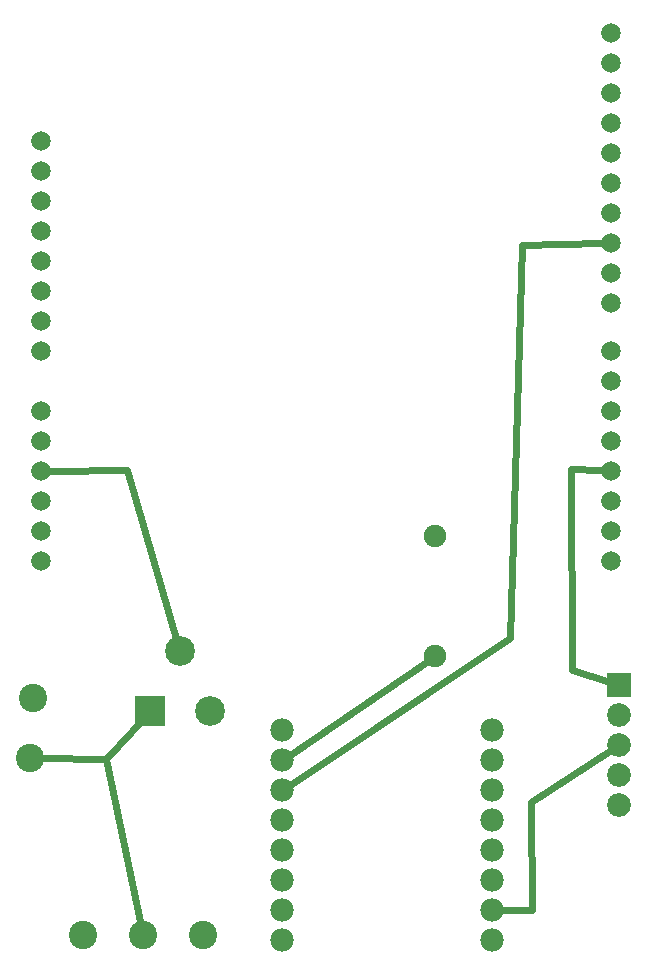
<source format=gbl>
G04 MADE WITH FRITZING*
G04 WWW.FRITZING.ORG*
G04 DOUBLE SIDED*
G04 HOLES PLATED*
G04 CONTOUR ON CENTER OF CONTOUR VECTOR*
%ASAXBY*%
%FSLAX23Y23*%
%MOIN*%
%OFA0B0*%
%SFA1.0B1.0*%
%ADD10C,0.079370*%
%ADD11C,0.099000*%
%ADD12C,0.094488*%
%ADD13C,0.075000*%
%ADD14C,0.077701*%
%ADD15C,0.065278*%
%ADD16R,0.079370X0.079370*%
%ADD17R,0.099000X0.099000*%
%ADD18C,0.024000*%
%LNCOPPER0*%
G90*
G70*
G54D10*
X2123Y961D03*
X2123Y861D03*
X2123Y761D03*
X2123Y661D03*
X2123Y561D03*
G54D11*
X760Y873D03*
X560Y873D03*
X660Y1073D03*
G54D12*
X168Y917D03*
X158Y717D03*
X337Y125D03*
X537Y125D03*
X737Y125D03*
G54D13*
X1510Y1455D03*
X1510Y1055D03*
G54D14*
X1001Y809D03*
X1001Y709D03*
X1001Y609D03*
X1001Y509D03*
X1001Y409D03*
X1001Y309D03*
X1001Y209D03*
X1001Y109D03*
X1700Y809D03*
X1700Y709D03*
X1700Y609D03*
X1700Y509D03*
X1700Y409D03*
X1700Y309D03*
X1700Y209D03*
X1700Y109D03*
G54D15*
X195Y1774D03*
X195Y1674D03*
X195Y1574D03*
X195Y1474D03*
X195Y1374D03*
X2095Y2234D03*
X2095Y2334D03*
X2095Y2434D03*
X2095Y2534D03*
X2095Y2634D03*
X2095Y2734D03*
X2095Y2834D03*
X2095Y2934D03*
X2095Y3034D03*
X2095Y3134D03*
X2095Y1374D03*
X2095Y1474D03*
X2095Y1574D03*
X2095Y1674D03*
X2095Y1774D03*
X2095Y1874D03*
X2095Y1974D03*
X2095Y2074D03*
X195Y2674D03*
X195Y2774D03*
X195Y2574D03*
X195Y2474D03*
X195Y2374D03*
X195Y2274D03*
X195Y2174D03*
X195Y2074D03*
X195Y1874D03*
G54D16*
X2123Y961D03*
G54D17*
X560Y873D03*
G54D18*
X1761Y1115D02*
X1025Y625D01*
D02*
X2064Y2433D02*
X1800Y2425D01*
D02*
X1800Y2425D02*
X1761Y1115D01*
D02*
X1964Y1678D02*
X1965Y1008D01*
D02*
X1965Y1008D02*
X2093Y969D01*
D02*
X2064Y1675D02*
X1964Y1678D01*
D02*
X651Y1104D02*
X483Y1675D01*
D02*
X483Y1675D02*
X226Y1674D01*
D02*
X1486Y1039D02*
X1025Y725D01*
D02*
X1831Y570D02*
X2097Y744D01*
D02*
X1832Y209D02*
X1831Y570D01*
D02*
X1730Y209D02*
X1832Y209D01*
D02*
X412Y713D02*
X530Y155D01*
D02*
X412Y713D02*
X189Y716D01*
D02*
X539Y850D02*
X412Y713D01*
G04 End of Copper0*
M02*
</source>
